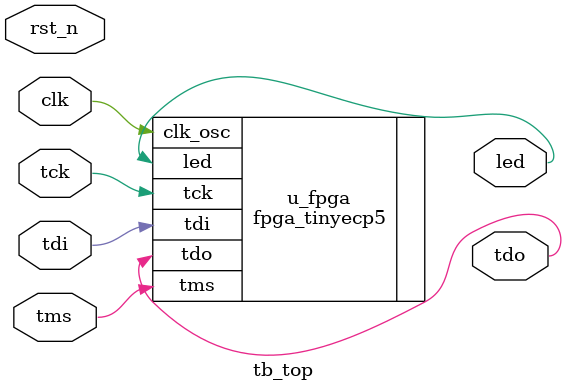
<source format=v>

module tb_top (
	input wire        clk,
	input wire        rst_n,

	input  wire       tck,
	input  wire       tms,
	input  wire       tdi,
	output wire       tdo,

	output wire       led
);

    // 实际顶层模块
    fpga_tinyecp5 u_fpga (
        .clk_osc(clk),
        .tck(tck),
        .tms(tms),
        .tdi(tdi),
        .tdo(tdo),
        .led(led)
    );

endmodule

</source>
